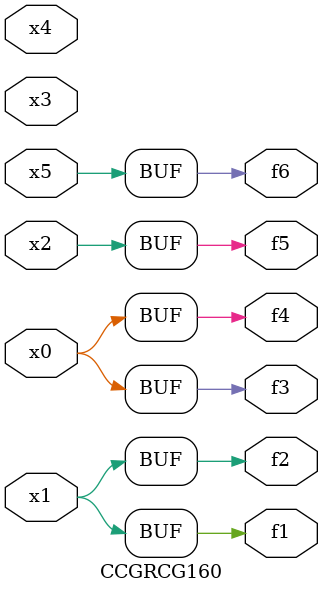
<source format=v>
module CCGRCG160(
	input x0, x1, x2, x3, x4, x5,
	output f1, f2, f3, f4, f5, f6
);
	assign f1 = x1;
	assign f2 = x1;
	assign f3 = x0;
	assign f4 = x0;
	assign f5 = x2;
	assign f6 = x5;
endmodule

</source>
